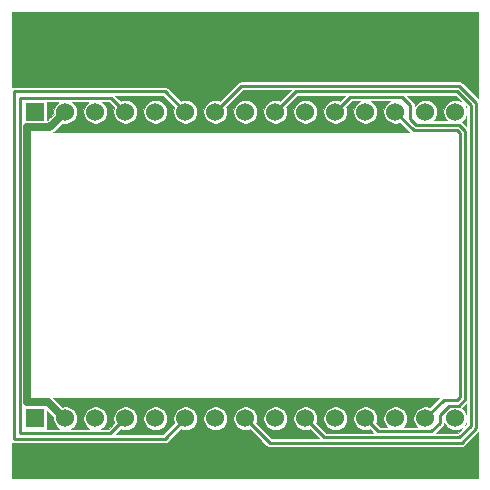
<source format=gbr>
%TF.GenerationSoftware,KiCad,Pcbnew,5.1.6*%
%TF.CreationDate,2020-09-08T10:01:19-04:00*%
%TF.ProjectId,placeholder,706c6163-6568-46f6-9c64-65722e6b6963,rev?*%
%TF.SameCoordinates,Original*%
%TF.FileFunction,Copper,L2,Bot*%
%TF.FilePolarity,Positive*%
%FSLAX46Y46*%
G04 Gerber Fmt 4.6, Leading zero omitted, Abs format (unit mm)*
G04 Created by KiCad (PCBNEW 5.1.6) date 2020-09-08 10:01:19*
%MOMM*%
%LPD*%
G01*
G04 APERTURE LIST*
%TA.AperFunction,ComponentPad*%
%ADD10C,1.524000*%
%TD*%
%TA.AperFunction,ComponentPad*%
%ADD11R,1.524000X1.524000*%
%TD*%
%TA.AperFunction,Conductor*%
%ADD12C,0.254000*%
%TD*%
%TA.AperFunction,Conductor*%
%ADD13C,0.635000*%
%TD*%
%TA.AperFunction,NonConductor*%
%ADD14C,0.100000*%
%TD*%
G04 APERTURE END LIST*
D10*
%TO.P,J2,15*%
%TO.N,/EXT_INTO*%
X87780000Y-58750000D03*
%TO.P,J2,14*%
%TO.N,N/C*%
X85240000Y-58750000D03*
%TO.P,J2,13*%
%TO.N,/CS7*%
X82700000Y-58750000D03*
%TO.P,J2,12*%
%TO.N,/CS6*%
X80160000Y-58750000D03*
%TO.P,J2,11*%
%TO.N,/CS5*%
X77620000Y-58750000D03*
%TO.P,J2,10*%
%TO.N,/CS4*%
X75080000Y-58750000D03*
%TO.P,J2,9*%
%TO.N,/CS3*%
X72540000Y-58750000D03*
%TO.P,J2,8*%
%TO.N,/CS2*%
X70000000Y-58750000D03*
%TO.P,J2,7*%
%TO.N,/CS1*%
X67460000Y-58750000D03*
%TO.P,J2,6*%
%TO.N,/CIPO*%
X64920000Y-58750000D03*
%TO.P,J2,5*%
%TO.N,/COPI*%
X62380000Y-58750000D03*
%TO.P,J2,4*%
%TO.N,/SCK*%
X59840000Y-58750000D03*
%TO.P,J2,3*%
%TO.N,/RESET*%
X57300000Y-58750000D03*
%TO.P,J2,2*%
%TO.N,GND*%
X54760000Y-58750000D03*
D11*
%TO.P,J2,1*%
%TO.N,+5V*%
X52220000Y-58750000D03*
%TD*%
D10*
%TO.P,J1,15*%
%TO.N,/EXT_INTO*%
X87780000Y-84700000D03*
%TO.P,J1,14*%
%TO.N,/CS7*%
X85240000Y-84700000D03*
%TO.P,J1,13*%
%TO.N,/CS6*%
X82700000Y-84700000D03*
%TO.P,J1,12*%
%TO.N,/CS5*%
X80160000Y-84700000D03*
%TO.P,J1,11*%
%TO.N,/CS4*%
X77620000Y-84700000D03*
%TO.P,J1,10*%
%TO.N,/CS3*%
X75080000Y-84700000D03*
%TO.P,J1,9*%
%TO.N,/CS2*%
X72540000Y-84700000D03*
%TO.P,J1,8*%
%TO.N,/CS1*%
X70000000Y-84700000D03*
%TO.P,J1,7*%
%TO.N,N/C*%
X67460000Y-84700000D03*
%TO.P,J1,6*%
%TO.N,/CIPO*%
X64920000Y-84700000D03*
%TO.P,J1,5*%
%TO.N,/COPI*%
X62380000Y-84700000D03*
%TO.P,J1,4*%
%TO.N,/SCK*%
X59840000Y-84700000D03*
%TO.P,J1,3*%
%TO.N,/RESET*%
X57300000Y-84700000D03*
%TO.P,J1,2*%
%TO.N,GND*%
X54760000Y-84700000D03*
D11*
%TO.P,J1,1*%
%TO.N,+5V*%
X52220000Y-84700000D03*
%TD*%
D12*
%TO.N,/CS7*%
X87887228Y-60297990D02*
X88152010Y-60562772D01*
X88152010Y-60562772D02*
X88152010Y-82887228D01*
X88152010Y-82887228D02*
X87887228Y-83152010D01*
X87887228Y-83152010D02*
X86787990Y-83152010D01*
X82700000Y-58750000D02*
X84247990Y-60297990D01*
X86787990Y-83152010D02*
X85240000Y-84700000D01*
X84247990Y-60297990D02*
X87887228Y-60297990D01*
%TO.N,/CS5*%
X86490000Y-84378278D02*
X86490000Y-85061722D01*
X87257279Y-83610999D02*
X86490000Y-84378278D01*
X88606020Y-83075286D02*
X88070307Y-83610999D01*
X88606021Y-60374715D02*
X88606020Y-83075286D01*
X81249001Y-85789001D02*
X80160000Y-84700000D01*
X83980000Y-59387932D02*
X84436047Y-59843979D01*
X88070307Y-83610999D02*
X87257279Y-83610999D01*
X84436047Y-59843979D02*
X88075286Y-59843980D01*
X86490000Y-85061722D02*
X85762721Y-85789001D01*
X77620000Y-58750000D02*
X78890000Y-57480000D01*
X88075286Y-59843980D02*
X88606021Y-60374715D01*
X83260000Y-57480000D02*
X83980000Y-58200000D01*
X85762721Y-85789001D02*
X81249001Y-85789001D01*
X78890000Y-57480000D02*
X83260000Y-57480000D01*
X83980000Y-58200000D02*
X83980000Y-59387932D01*
%TO.N,/CS3*%
X76680000Y-86300000D02*
X75080000Y-84700000D01*
X88127932Y-86300000D02*
X76680000Y-86300000D01*
X89093979Y-85333953D02*
X88127932Y-86300000D01*
X87957932Y-57020000D02*
X89093979Y-58156047D01*
X72540000Y-58750000D02*
X74270000Y-57020000D01*
X74270000Y-57020000D02*
X87957932Y-57020000D01*
X89093979Y-58156047D02*
X89093979Y-85333953D01*
%TO.N,/CS1*%
X89547989Y-85522011D02*
X88315989Y-86754011D01*
X67460000Y-58750000D02*
X69670000Y-56540000D01*
X70761999Y-85461999D02*
X70000000Y-84700000D01*
X72054010Y-86754010D02*
X70761999Y-85461999D01*
X88120000Y-56540000D02*
X89547990Y-57967990D01*
X69670000Y-56540000D02*
X88120000Y-56540000D01*
X89547990Y-57967990D02*
X89547989Y-85522011D01*
X88315989Y-86754011D02*
X72054010Y-86754010D01*
%TO.N,/CIPO*%
X63190000Y-86430000D02*
X64920000Y-84700000D01*
X50452010Y-86430000D02*
X63190000Y-86430000D01*
X50452010Y-57010000D02*
X50452010Y-86430000D01*
X63180000Y-57010000D02*
X50452010Y-57010000D01*
X64920000Y-58750000D02*
X63180000Y-57010000D01*
%TO.N,/SCK*%
X58590000Y-85950000D02*
X59840000Y-84700000D01*
X50906021Y-85950000D02*
X58590000Y-85950000D01*
X50906021Y-57560000D02*
X50906021Y-85950000D01*
X58650000Y-57560000D02*
X50906021Y-57560000D01*
X59840000Y-58750000D02*
X58650000Y-57560000D01*
D13*
%TO.N,GND*%
X54675502Y-84700000D02*
X54760000Y-84700000D01*
X51550532Y-60029501D02*
X51550532Y-83320000D01*
X53396001Y-60029501D02*
X51550532Y-60029501D01*
X53499501Y-59926001D02*
X53396001Y-60029501D01*
X53583999Y-59926001D02*
X53499501Y-59926001D01*
X53295502Y-83320000D02*
X54675502Y-84700000D01*
X51550532Y-83320000D02*
X53295502Y-83320000D01*
X54760000Y-58750000D02*
X53583999Y-59926001D01*
%TD*%
D14*
G36*
X85637552Y-83769290D02*
G01*
X85535190Y-83726890D01*
X85339673Y-83688000D01*
X85140327Y-83688000D01*
X84944810Y-83726890D01*
X84760638Y-83803177D01*
X84594887Y-83913928D01*
X84453928Y-84054887D01*
X84343177Y-84220638D01*
X84266890Y-84404810D01*
X84228000Y-84600327D01*
X84228000Y-84799673D01*
X84266890Y-84995190D01*
X84343177Y-85179362D01*
X84453928Y-85345113D01*
X84520816Y-85412001D01*
X83419184Y-85412001D01*
X83486072Y-85345113D01*
X83596823Y-85179362D01*
X83673110Y-84995190D01*
X83712000Y-84799673D01*
X83712000Y-84600327D01*
X83673110Y-84404810D01*
X83596823Y-84220638D01*
X83486072Y-84054887D01*
X83345113Y-83913928D01*
X83179362Y-83803177D01*
X82995190Y-83726890D01*
X82799673Y-83688000D01*
X82600327Y-83688000D01*
X82404810Y-83726890D01*
X82220638Y-83803177D01*
X82054887Y-83913928D01*
X81913928Y-84054887D01*
X81803177Y-84220638D01*
X81726890Y-84404810D01*
X81688000Y-84600327D01*
X81688000Y-84799673D01*
X81726890Y-84995190D01*
X81803177Y-85179362D01*
X81913928Y-85345113D01*
X81980816Y-85412001D01*
X81405160Y-85412001D01*
X81090710Y-85097552D01*
X81133110Y-84995190D01*
X81172000Y-84799673D01*
X81172000Y-84600327D01*
X81133110Y-84404810D01*
X81056823Y-84220638D01*
X80946072Y-84054887D01*
X80805113Y-83913928D01*
X80639362Y-83803177D01*
X80455190Y-83726890D01*
X80259673Y-83688000D01*
X80060327Y-83688000D01*
X79864810Y-83726890D01*
X79680638Y-83803177D01*
X79514887Y-83913928D01*
X79373928Y-84054887D01*
X79263177Y-84220638D01*
X79186890Y-84404810D01*
X79148000Y-84600327D01*
X79148000Y-84799673D01*
X79186890Y-84995190D01*
X79263177Y-85179362D01*
X79373928Y-85345113D01*
X79514887Y-85486072D01*
X79680638Y-85596823D01*
X79864810Y-85673110D01*
X80060327Y-85712000D01*
X80259673Y-85712000D01*
X80455190Y-85673110D01*
X80557552Y-85630710D01*
X80849841Y-85923000D01*
X76836159Y-85923000D01*
X76010710Y-85097552D01*
X76053110Y-84995190D01*
X76092000Y-84799673D01*
X76092000Y-84600327D01*
X76608000Y-84600327D01*
X76608000Y-84799673D01*
X76646890Y-84995190D01*
X76723177Y-85179362D01*
X76833928Y-85345113D01*
X76974887Y-85486072D01*
X77140638Y-85596823D01*
X77324810Y-85673110D01*
X77520327Y-85712000D01*
X77719673Y-85712000D01*
X77915190Y-85673110D01*
X78099362Y-85596823D01*
X78265113Y-85486072D01*
X78406072Y-85345113D01*
X78516823Y-85179362D01*
X78593110Y-84995190D01*
X78632000Y-84799673D01*
X78632000Y-84600327D01*
X78593110Y-84404810D01*
X78516823Y-84220638D01*
X78406072Y-84054887D01*
X78265113Y-83913928D01*
X78099362Y-83803177D01*
X77915190Y-83726890D01*
X77719673Y-83688000D01*
X77520327Y-83688000D01*
X77324810Y-83726890D01*
X77140638Y-83803177D01*
X76974887Y-83913928D01*
X76833928Y-84054887D01*
X76723177Y-84220638D01*
X76646890Y-84404810D01*
X76608000Y-84600327D01*
X76092000Y-84600327D01*
X76053110Y-84404810D01*
X75976823Y-84220638D01*
X75866072Y-84054887D01*
X75725113Y-83913928D01*
X75559362Y-83803177D01*
X75375190Y-83726890D01*
X75179673Y-83688000D01*
X74980327Y-83688000D01*
X74784810Y-83726890D01*
X74600638Y-83803177D01*
X74434887Y-83913928D01*
X74293928Y-84054887D01*
X74183177Y-84220638D01*
X74106890Y-84404810D01*
X74068000Y-84600327D01*
X74068000Y-84799673D01*
X74106890Y-84995190D01*
X74183177Y-85179362D01*
X74293928Y-85345113D01*
X74434887Y-85486072D01*
X74600638Y-85596823D01*
X74784810Y-85673110D01*
X74980327Y-85712000D01*
X75179673Y-85712000D01*
X75375190Y-85673110D01*
X75477552Y-85630710D01*
X76223852Y-86377011D01*
X72210168Y-86377010D01*
X70930710Y-85097552D01*
X70973110Y-84995190D01*
X71012000Y-84799673D01*
X71012000Y-84600327D01*
X71528000Y-84600327D01*
X71528000Y-84799673D01*
X71566890Y-84995190D01*
X71643177Y-85179362D01*
X71753928Y-85345113D01*
X71894887Y-85486072D01*
X72060638Y-85596823D01*
X72244810Y-85673110D01*
X72440327Y-85712000D01*
X72639673Y-85712000D01*
X72835190Y-85673110D01*
X73019362Y-85596823D01*
X73185113Y-85486072D01*
X73326072Y-85345113D01*
X73436823Y-85179362D01*
X73513110Y-84995190D01*
X73552000Y-84799673D01*
X73552000Y-84600327D01*
X73513110Y-84404810D01*
X73436823Y-84220638D01*
X73326072Y-84054887D01*
X73185113Y-83913928D01*
X73019362Y-83803177D01*
X72835190Y-83726890D01*
X72639673Y-83688000D01*
X72440327Y-83688000D01*
X72244810Y-83726890D01*
X72060638Y-83803177D01*
X71894887Y-83913928D01*
X71753928Y-84054887D01*
X71643177Y-84220638D01*
X71566890Y-84404810D01*
X71528000Y-84600327D01*
X71012000Y-84600327D01*
X70973110Y-84404810D01*
X70896823Y-84220638D01*
X70786072Y-84054887D01*
X70645113Y-83913928D01*
X70479362Y-83803177D01*
X70295190Y-83726890D01*
X70099673Y-83688000D01*
X69900327Y-83688000D01*
X69704810Y-83726890D01*
X69520638Y-83803177D01*
X69354887Y-83913928D01*
X69213928Y-84054887D01*
X69103177Y-84220638D01*
X69026890Y-84404810D01*
X68988000Y-84600327D01*
X68988000Y-84799673D01*
X69026890Y-84995190D01*
X69103177Y-85179362D01*
X69213928Y-85345113D01*
X69354887Y-85486072D01*
X69520638Y-85596823D01*
X69704810Y-85673110D01*
X69900327Y-85712000D01*
X70099673Y-85712000D01*
X70295190Y-85673110D01*
X70397552Y-85630710D01*
X71774338Y-87007496D01*
X71786141Y-87021878D01*
X71800523Y-87033681D01*
X71800525Y-87033683D01*
X71843546Y-87068990D01*
X71909040Y-87103997D01*
X71980104Y-87125554D01*
X72054009Y-87132833D01*
X72072529Y-87131009D01*
X88297477Y-87131011D01*
X88315989Y-87132834D01*
X88334501Y-87131011D01*
X88334507Y-87131011D01*
X88382210Y-87126313D01*
X88389894Y-87125556D01*
X88460958Y-87103999D01*
X88460962Y-87103997D01*
X88526451Y-87068992D01*
X88583857Y-87021880D01*
X88595660Y-87007498D01*
X89725001Y-85878158D01*
X89725001Y-89725000D01*
X50275000Y-89725000D01*
X50275000Y-86762862D01*
X50307040Y-86779988D01*
X50378105Y-86801545D01*
X50433491Y-86807000D01*
X50452010Y-86808824D01*
X50470529Y-86807000D01*
X63171488Y-86807000D01*
X63190000Y-86808823D01*
X63208512Y-86807000D01*
X63208519Y-86807000D01*
X63263905Y-86801545D01*
X63334970Y-86779988D01*
X63400463Y-86744981D01*
X63457869Y-86697869D01*
X63469677Y-86683481D01*
X64522448Y-85630710D01*
X64624810Y-85673110D01*
X64820327Y-85712000D01*
X65019673Y-85712000D01*
X65215190Y-85673110D01*
X65399362Y-85596823D01*
X65565113Y-85486072D01*
X65706072Y-85345113D01*
X65816823Y-85179362D01*
X65893110Y-84995190D01*
X65932000Y-84799673D01*
X65932000Y-84600327D01*
X66448000Y-84600327D01*
X66448000Y-84799673D01*
X66486890Y-84995190D01*
X66563177Y-85179362D01*
X66673928Y-85345113D01*
X66814887Y-85486072D01*
X66980638Y-85596823D01*
X67164810Y-85673110D01*
X67360327Y-85712000D01*
X67559673Y-85712000D01*
X67755190Y-85673110D01*
X67939362Y-85596823D01*
X68105113Y-85486072D01*
X68246072Y-85345113D01*
X68356823Y-85179362D01*
X68433110Y-84995190D01*
X68472000Y-84799673D01*
X68472000Y-84600327D01*
X68433110Y-84404810D01*
X68356823Y-84220638D01*
X68246072Y-84054887D01*
X68105113Y-83913928D01*
X67939362Y-83803177D01*
X67755190Y-83726890D01*
X67559673Y-83688000D01*
X67360327Y-83688000D01*
X67164810Y-83726890D01*
X66980638Y-83803177D01*
X66814887Y-83913928D01*
X66673928Y-84054887D01*
X66563177Y-84220638D01*
X66486890Y-84404810D01*
X66448000Y-84600327D01*
X65932000Y-84600327D01*
X65893110Y-84404810D01*
X65816823Y-84220638D01*
X65706072Y-84054887D01*
X65565113Y-83913928D01*
X65399362Y-83803177D01*
X65215190Y-83726890D01*
X65019673Y-83688000D01*
X64820327Y-83688000D01*
X64624810Y-83726890D01*
X64440638Y-83803177D01*
X64274887Y-83913928D01*
X64133928Y-84054887D01*
X64023177Y-84220638D01*
X63946890Y-84404810D01*
X63908000Y-84600327D01*
X63908000Y-84799673D01*
X63946890Y-84995190D01*
X63989290Y-85097552D01*
X63033842Y-86053000D01*
X59020158Y-86053000D01*
X59442448Y-85630710D01*
X59544810Y-85673110D01*
X59740327Y-85712000D01*
X59939673Y-85712000D01*
X60135190Y-85673110D01*
X60319362Y-85596823D01*
X60485113Y-85486072D01*
X60626072Y-85345113D01*
X60736823Y-85179362D01*
X60813110Y-84995190D01*
X60852000Y-84799673D01*
X60852000Y-84600327D01*
X61368000Y-84600327D01*
X61368000Y-84799673D01*
X61406890Y-84995190D01*
X61483177Y-85179362D01*
X61593928Y-85345113D01*
X61734887Y-85486072D01*
X61900638Y-85596823D01*
X62084810Y-85673110D01*
X62280327Y-85712000D01*
X62479673Y-85712000D01*
X62675190Y-85673110D01*
X62859362Y-85596823D01*
X63025113Y-85486072D01*
X63166072Y-85345113D01*
X63276823Y-85179362D01*
X63353110Y-84995190D01*
X63392000Y-84799673D01*
X63392000Y-84600327D01*
X63353110Y-84404810D01*
X63276823Y-84220638D01*
X63166072Y-84054887D01*
X63025113Y-83913928D01*
X62859362Y-83803177D01*
X62675190Y-83726890D01*
X62479673Y-83688000D01*
X62280327Y-83688000D01*
X62084810Y-83726890D01*
X61900638Y-83803177D01*
X61734887Y-83913928D01*
X61593928Y-84054887D01*
X61483177Y-84220638D01*
X61406890Y-84404810D01*
X61368000Y-84600327D01*
X60852000Y-84600327D01*
X60813110Y-84404810D01*
X60736823Y-84220638D01*
X60626072Y-84054887D01*
X60485113Y-83913928D01*
X60319362Y-83803177D01*
X60135190Y-83726890D01*
X59939673Y-83688000D01*
X59740327Y-83688000D01*
X59544810Y-83726890D01*
X59360638Y-83803177D01*
X59194887Y-83913928D01*
X59053928Y-84054887D01*
X58943177Y-84220638D01*
X58866890Y-84404810D01*
X58828000Y-84600327D01*
X58828000Y-84799673D01*
X58866890Y-84995190D01*
X58909290Y-85097552D01*
X58433842Y-85573000D01*
X57815016Y-85573000D01*
X57945113Y-85486072D01*
X58086072Y-85345113D01*
X58196823Y-85179362D01*
X58273110Y-84995190D01*
X58312000Y-84799673D01*
X58312000Y-84600327D01*
X58273110Y-84404810D01*
X58196823Y-84220638D01*
X58086072Y-84054887D01*
X57945113Y-83913928D01*
X57779362Y-83803177D01*
X57595190Y-83726890D01*
X57399673Y-83688000D01*
X57200327Y-83688000D01*
X57004810Y-83726890D01*
X56820638Y-83803177D01*
X56654887Y-83913928D01*
X56513928Y-84054887D01*
X56403177Y-84220638D01*
X56326890Y-84404810D01*
X56288000Y-84600327D01*
X56288000Y-84799673D01*
X56326890Y-84995190D01*
X56403177Y-85179362D01*
X56513928Y-85345113D01*
X56654887Y-85486072D01*
X56784984Y-85573000D01*
X55275016Y-85573000D01*
X55405113Y-85486072D01*
X55546072Y-85345113D01*
X55656823Y-85179362D01*
X55733110Y-84995190D01*
X55772000Y-84799673D01*
X55772000Y-84600327D01*
X55733110Y-84404810D01*
X55656823Y-84220638D01*
X55546072Y-84054887D01*
X55405113Y-83913928D01*
X55239362Y-83803177D01*
X55055190Y-83726890D01*
X54859673Y-83688000D01*
X54660327Y-83688000D01*
X54498297Y-83720229D01*
X53753067Y-82975000D01*
X86431842Y-82975000D01*
X85637552Y-83769290D01*
G37*
X85637552Y-83769290D02*
X85535190Y-83726890D01*
X85339673Y-83688000D01*
X85140327Y-83688000D01*
X84944810Y-83726890D01*
X84760638Y-83803177D01*
X84594887Y-83913928D01*
X84453928Y-84054887D01*
X84343177Y-84220638D01*
X84266890Y-84404810D01*
X84228000Y-84600327D01*
X84228000Y-84799673D01*
X84266890Y-84995190D01*
X84343177Y-85179362D01*
X84453928Y-85345113D01*
X84520816Y-85412001D01*
X83419184Y-85412001D01*
X83486072Y-85345113D01*
X83596823Y-85179362D01*
X83673110Y-84995190D01*
X83712000Y-84799673D01*
X83712000Y-84600327D01*
X83673110Y-84404810D01*
X83596823Y-84220638D01*
X83486072Y-84054887D01*
X83345113Y-83913928D01*
X83179362Y-83803177D01*
X82995190Y-83726890D01*
X82799673Y-83688000D01*
X82600327Y-83688000D01*
X82404810Y-83726890D01*
X82220638Y-83803177D01*
X82054887Y-83913928D01*
X81913928Y-84054887D01*
X81803177Y-84220638D01*
X81726890Y-84404810D01*
X81688000Y-84600327D01*
X81688000Y-84799673D01*
X81726890Y-84995190D01*
X81803177Y-85179362D01*
X81913928Y-85345113D01*
X81980816Y-85412001D01*
X81405160Y-85412001D01*
X81090710Y-85097552D01*
X81133110Y-84995190D01*
X81172000Y-84799673D01*
X81172000Y-84600327D01*
X81133110Y-84404810D01*
X81056823Y-84220638D01*
X80946072Y-84054887D01*
X80805113Y-83913928D01*
X80639362Y-83803177D01*
X80455190Y-83726890D01*
X80259673Y-83688000D01*
X80060327Y-83688000D01*
X79864810Y-83726890D01*
X79680638Y-83803177D01*
X79514887Y-83913928D01*
X79373928Y-84054887D01*
X79263177Y-84220638D01*
X79186890Y-84404810D01*
X79148000Y-84600327D01*
X79148000Y-84799673D01*
X79186890Y-84995190D01*
X79263177Y-85179362D01*
X79373928Y-85345113D01*
X79514887Y-85486072D01*
X79680638Y-85596823D01*
X79864810Y-85673110D01*
X80060327Y-85712000D01*
X80259673Y-85712000D01*
X80455190Y-85673110D01*
X80557552Y-85630710D01*
X80849841Y-85923000D01*
X76836159Y-85923000D01*
X76010710Y-85097552D01*
X76053110Y-84995190D01*
X76092000Y-84799673D01*
X76092000Y-84600327D01*
X76608000Y-84600327D01*
X76608000Y-84799673D01*
X76646890Y-84995190D01*
X76723177Y-85179362D01*
X76833928Y-85345113D01*
X76974887Y-85486072D01*
X77140638Y-85596823D01*
X77324810Y-85673110D01*
X77520327Y-85712000D01*
X77719673Y-85712000D01*
X77915190Y-85673110D01*
X78099362Y-85596823D01*
X78265113Y-85486072D01*
X78406072Y-85345113D01*
X78516823Y-85179362D01*
X78593110Y-84995190D01*
X78632000Y-84799673D01*
X78632000Y-84600327D01*
X78593110Y-84404810D01*
X78516823Y-84220638D01*
X78406072Y-84054887D01*
X78265113Y-83913928D01*
X78099362Y-83803177D01*
X77915190Y-83726890D01*
X77719673Y-83688000D01*
X77520327Y-83688000D01*
X77324810Y-83726890D01*
X77140638Y-83803177D01*
X76974887Y-83913928D01*
X76833928Y-84054887D01*
X76723177Y-84220638D01*
X76646890Y-84404810D01*
X76608000Y-84600327D01*
X76092000Y-84600327D01*
X76053110Y-84404810D01*
X75976823Y-84220638D01*
X75866072Y-84054887D01*
X75725113Y-83913928D01*
X75559362Y-83803177D01*
X75375190Y-83726890D01*
X75179673Y-83688000D01*
X74980327Y-83688000D01*
X74784810Y-83726890D01*
X74600638Y-83803177D01*
X74434887Y-83913928D01*
X74293928Y-84054887D01*
X74183177Y-84220638D01*
X74106890Y-84404810D01*
X74068000Y-84600327D01*
X74068000Y-84799673D01*
X74106890Y-84995190D01*
X74183177Y-85179362D01*
X74293928Y-85345113D01*
X74434887Y-85486072D01*
X74600638Y-85596823D01*
X74784810Y-85673110D01*
X74980327Y-85712000D01*
X75179673Y-85712000D01*
X75375190Y-85673110D01*
X75477552Y-85630710D01*
X76223852Y-86377011D01*
X72210168Y-86377010D01*
X70930710Y-85097552D01*
X70973110Y-84995190D01*
X71012000Y-84799673D01*
X71012000Y-84600327D01*
X71528000Y-84600327D01*
X71528000Y-84799673D01*
X71566890Y-84995190D01*
X71643177Y-85179362D01*
X71753928Y-85345113D01*
X71894887Y-85486072D01*
X72060638Y-85596823D01*
X72244810Y-85673110D01*
X72440327Y-85712000D01*
X72639673Y-85712000D01*
X72835190Y-85673110D01*
X73019362Y-85596823D01*
X73185113Y-85486072D01*
X73326072Y-85345113D01*
X73436823Y-85179362D01*
X73513110Y-84995190D01*
X73552000Y-84799673D01*
X73552000Y-84600327D01*
X73513110Y-84404810D01*
X73436823Y-84220638D01*
X73326072Y-84054887D01*
X73185113Y-83913928D01*
X73019362Y-83803177D01*
X72835190Y-83726890D01*
X72639673Y-83688000D01*
X72440327Y-83688000D01*
X72244810Y-83726890D01*
X72060638Y-83803177D01*
X71894887Y-83913928D01*
X71753928Y-84054887D01*
X71643177Y-84220638D01*
X71566890Y-84404810D01*
X71528000Y-84600327D01*
X71012000Y-84600327D01*
X70973110Y-84404810D01*
X70896823Y-84220638D01*
X70786072Y-84054887D01*
X70645113Y-83913928D01*
X70479362Y-83803177D01*
X70295190Y-83726890D01*
X70099673Y-83688000D01*
X69900327Y-83688000D01*
X69704810Y-83726890D01*
X69520638Y-83803177D01*
X69354887Y-83913928D01*
X69213928Y-84054887D01*
X69103177Y-84220638D01*
X69026890Y-84404810D01*
X68988000Y-84600327D01*
X68988000Y-84799673D01*
X69026890Y-84995190D01*
X69103177Y-85179362D01*
X69213928Y-85345113D01*
X69354887Y-85486072D01*
X69520638Y-85596823D01*
X69704810Y-85673110D01*
X69900327Y-85712000D01*
X70099673Y-85712000D01*
X70295190Y-85673110D01*
X70397552Y-85630710D01*
X71774338Y-87007496D01*
X71786141Y-87021878D01*
X71800523Y-87033681D01*
X71800525Y-87033683D01*
X71843546Y-87068990D01*
X71909040Y-87103997D01*
X71980104Y-87125554D01*
X72054009Y-87132833D01*
X72072529Y-87131009D01*
X88297477Y-87131011D01*
X88315989Y-87132834D01*
X88334501Y-87131011D01*
X88334507Y-87131011D01*
X88382210Y-87126313D01*
X88389894Y-87125556D01*
X88460958Y-87103999D01*
X88460962Y-87103997D01*
X88526451Y-87068992D01*
X88583857Y-87021880D01*
X88595660Y-87007498D01*
X89725001Y-85878158D01*
X89725001Y-89725000D01*
X50275000Y-89725000D01*
X50275000Y-86762862D01*
X50307040Y-86779988D01*
X50378105Y-86801545D01*
X50433491Y-86807000D01*
X50452010Y-86808824D01*
X50470529Y-86807000D01*
X63171488Y-86807000D01*
X63190000Y-86808823D01*
X63208512Y-86807000D01*
X63208519Y-86807000D01*
X63263905Y-86801545D01*
X63334970Y-86779988D01*
X63400463Y-86744981D01*
X63457869Y-86697869D01*
X63469677Y-86683481D01*
X64522448Y-85630710D01*
X64624810Y-85673110D01*
X64820327Y-85712000D01*
X65019673Y-85712000D01*
X65215190Y-85673110D01*
X65399362Y-85596823D01*
X65565113Y-85486072D01*
X65706072Y-85345113D01*
X65816823Y-85179362D01*
X65893110Y-84995190D01*
X65932000Y-84799673D01*
X65932000Y-84600327D01*
X66448000Y-84600327D01*
X66448000Y-84799673D01*
X66486890Y-84995190D01*
X66563177Y-85179362D01*
X66673928Y-85345113D01*
X66814887Y-85486072D01*
X66980638Y-85596823D01*
X67164810Y-85673110D01*
X67360327Y-85712000D01*
X67559673Y-85712000D01*
X67755190Y-85673110D01*
X67939362Y-85596823D01*
X68105113Y-85486072D01*
X68246072Y-85345113D01*
X68356823Y-85179362D01*
X68433110Y-84995190D01*
X68472000Y-84799673D01*
X68472000Y-84600327D01*
X68433110Y-84404810D01*
X68356823Y-84220638D01*
X68246072Y-84054887D01*
X68105113Y-83913928D01*
X67939362Y-83803177D01*
X67755190Y-83726890D01*
X67559673Y-83688000D01*
X67360327Y-83688000D01*
X67164810Y-83726890D01*
X66980638Y-83803177D01*
X66814887Y-83913928D01*
X66673928Y-84054887D01*
X66563177Y-84220638D01*
X66486890Y-84404810D01*
X66448000Y-84600327D01*
X65932000Y-84600327D01*
X65893110Y-84404810D01*
X65816823Y-84220638D01*
X65706072Y-84054887D01*
X65565113Y-83913928D01*
X65399362Y-83803177D01*
X65215190Y-83726890D01*
X65019673Y-83688000D01*
X64820327Y-83688000D01*
X64624810Y-83726890D01*
X64440638Y-83803177D01*
X64274887Y-83913928D01*
X64133928Y-84054887D01*
X64023177Y-84220638D01*
X63946890Y-84404810D01*
X63908000Y-84600327D01*
X63908000Y-84799673D01*
X63946890Y-84995190D01*
X63989290Y-85097552D01*
X63033842Y-86053000D01*
X59020158Y-86053000D01*
X59442448Y-85630710D01*
X59544810Y-85673110D01*
X59740327Y-85712000D01*
X59939673Y-85712000D01*
X60135190Y-85673110D01*
X60319362Y-85596823D01*
X60485113Y-85486072D01*
X60626072Y-85345113D01*
X60736823Y-85179362D01*
X60813110Y-84995190D01*
X60852000Y-84799673D01*
X60852000Y-84600327D01*
X61368000Y-84600327D01*
X61368000Y-84799673D01*
X61406890Y-84995190D01*
X61483177Y-85179362D01*
X61593928Y-85345113D01*
X61734887Y-85486072D01*
X61900638Y-85596823D01*
X62084810Y-85673110D01*
X62280327Y-85712000D01*
X62479673Y-85712000D01*
X62675190Y-85673110D01*
X62859362Y-85596823D01*
X63025113Y-85486072D01*
X63166072Y-85345113D01*
X63276823Y-85179362D01*
X63353110Y-84995190D01*
X63392000Y-84799673D01*
X63392000Y-84600327D01*
X63353110Y-84404810D01*
X63276823Y-84220638D01*
X63166072Y-84054887D01*
X63025113Y-83913928D01*
X62859362Y-83803177D01*
X62675190Y-83726890D01*
X62479673Y-83688000D01*
X62280327Y-83688000D01*
X62084810Y-83726890D01*
X61900638Y-83803177D01*
X61734887Y-83913928D01*
X61593928Y-84054887D01*
X61483177Y-84220638D01*
X61406890Y-84404810D01*
X61368000Y-84600327D01*
X60852000Y-84600327D01*
X60813110Y-84404810D01*
X60736823Y-84220638D01*
X60626072Y-84054887D01*
X60485113Y-83913928D01*
X60319362Y-83803177D01*
X60135190Y-83726890D01*
X59939673Y-83688000D01*
X59740327Y-83688000D01*
X59544810Y-83726890D01*
X59360638Y-83803177D01*
X59194887Y-83913928D01*
X59053928Y-84054887D01*
X58943177Y-84220638D01*
X58866890Y-84404810D01*
X58828000Y-84600327D01*
X58828000Y-84799673D01*
X58866890Y-84995190D01*
X58909290Y-85097552D01*
X58433842Y-85573000D01*
X57815016Y-85573000D01*
X57945113Y-85486072D01*
X58086072Y-85345113D01*
X58196823Y-85179362D01*
X58273110Y-84995190D01*
X58312000Y-84799673D01*
X58312000Y-84600327D01*
X58273110Y-84404810D01*
X58196823Y-84220638D01*
X58086072Y-84054887D01*
X57945113Y-83913928D01*
X57779362Y-83803177D01*
X57595190Y-83726890D01*
X57399673Y-83688000D01*
X57200327Y-83688000D01*
X57004810Y-83726890D01*
X56820638Y-83803177D01*
X56654887Y-83913928D01*
X56513928Y-84054887D01*
X56403177Y-84220638D01*
X56326890Y-84404810D01*
X56288000Y-84600327D01*
X56288000Y-84799673D01*
X56326890Y-84995190D01*
X56403177Y-85179362D01*
X56513928Y-85345113D01*
X56654887Y-85486072D01*
X56784984Y-85573000D01*
X55275016Y-85573000D01*
X55405113Y-85486072D01*
X55546072Y-85345113D01*
X55656823Y-85179362D01*
X55733110Y-84995190D01*
X55772000Y-84799673D01*
X55772000Y-84600327D01*
X55733110Y-84404810D01*
X55656823Y-84220638D01*
X55546072Y-84054887D01*
X55405113Y-83913928D01*
X55239362Y-83803177D01*
X55055190Y-83726890D01*
X54859673Y-83688000D01*
X54660327Y-83688000D01*
X54498297Y-83720229D01*
X53753067Y-82975000D01*
X86431842Y-82975000D01*
X85637552Y-83769290D01*
G36*
X86883177Y-85179362D02*
G01*
X86993928Y-85345113D01*
X87134887Y-85486072D01*
X87300638Y-85596823D01*
X87484810Y-85673110D01*
X87680327Y-85712000D01*
X87879673Y-85712000D01*
X88075190Y-85673110D01*
X88259362Y-85596823D01*
X88375654Y-85519119D01*
X87971774Y-85923000D01*
X86161880Y-85923000D01*
X86743487Y-85341394D01*
X86757869Y-85329591D01*
X86804981Y-85272185D01*
X86839988Y-85206692D01*
X86850505Y-85172023D01*
X86861545Y-85135628D01*
X86862221Y-85128769D01*
X86883177Y-85179362D01*
G37*
X86883177Y-85179362D02*
X86993928Y-85345113D01*
X87134887Y-85486072D01*
X87300638Y-85596823D01*
X87484810Y-85673110D01*
X87680327Y-85712000D01*
X87879673Y-85712000D01*
X88075190Y-85673110D01*
X88259362Y-85596823D01*
X88375654Y-85519119D01*
X87971774Y-85923000D01*
X86161880Y-85923000D01*
X86743487Y-85341394D01*
X86757869Y-85329591D01*
X86804981Y-85272185D01*
X86839988Y-85206692D01*
X86850505Y-85172023D01*
X86861545Y-85135628D01*
X86862221Y-85128769D01*
X86883177Y-85179362D01*
G36*
X53752191Y-84579256D02*
G01*
X53748000Y-84600327D01*
X53748000Y-84799673D01*
X53786890Y-84995190D01*
X53863177Y-85179362D01*
X53973928Y-85345113D01*
X54114887Y-85486072D01*
X54244984Y-85573000D01*
X53206141Y-85573000D01*
X53214087Y-85558134D01*
X53228382Y-85511008D01*
X53233209Y-85462000D01*
X53233209Y-84060273D01*
X53752191Y-84579256D01*
G37*
X53752191Y-84579256D02*
X53748000Y-84600327D01*
X53748000Y-84799673D01*
X53786890Y-84995190D01*
X53863177Y-85179362D01*
X53973928Y-85345113D01*
X54114887Y-85486072D01*
X54244984Y-85573000D01*
X53206141Y-85573000D01*
X53214087Y-85558134D01*
X53228382Y-85511008D01*
X53233209Y-85462000D01*
X53233209Y-84060273D01*
X53752191Y-84579256D01*
G36*
X88716980Y-85177793D02*
G01*
X88599120Y-85295654D01*
X88676823Y-85179362D01*
X88716980Y-85082415D01*
X88716980Y-85177793D01*
G37*
X88716980Y-85177793D02*
X88599120Y-85295654D01*
X88676823Y-85179362D01*
X88716980Y-85082415D01*
X88716980Y-85177793D01*
G36*
X88716980Y-84317585D02*
G01*
X88676823Y-84220638D01*
X88566072Y-84054887D01*
X88425113Y-83913928D01*
X88350435Y-83864030D01*
X88716980Y-83497485D01*
X88716980Y-84317585D01*
G37*
X88716980Y-84317585D02*
X88676823Y-84220638D01*
X88566072Y-84054887D01*
X88425113Y-83913928D01*
X88350435Y-83864030D01*
X88716980Y-83497485D01*
X88716980Y-84317585D01*
G36*
X89725000Y-57611841D02*
G01*
X88399677Y-56286519D01*
X88387869Y-56272131D01*
X88330463Y-56225019D01*
X88264970Y-56190012D01*
X88193905Y-56168455D01*
X88138519Y-56163000D01*
X88138512Y-56163000D01*
X88120000Y-56161177D01*
X88101488Y-56163000D01*
X69688512Y-56163000D01*
X69670000Y-56161177D01*
X69651488Y-56163000D01*
X69651481Y-56163000D01*
X69603054Y-56167770D01*
X69596094Y-56168455D01*
X69525030Y-56190012D01*
X69459537Y-56225019D01*
X69402131Y-56272131D01*
X69390328Y-56286513D01*
X67857552Y-57819290D01*
X67755190Y-57776890D01*
X67559673Y-57738000D01*
X67360327Y-57738000D01*
X67164810Y-57776890D01*
X66980638Y-57853177D01*
X66814887Y-57963928D01*
X66673928Y-58104887D01*
X66563177Y-58270638D01*
X66486890Y-58454810D01*
X66448000Y-58650327D01*
X66448000Y-58849673D01*
X66486890Y-59045190D01*
X66563177Y-59229362D01*
X66673928Y-59395113D01*
X66814887Y-59536072D01*
X66980638Y-59646823D01*
X67164810Y-59723110D01*
X67360327Y-59762000D01*
X67559673Y-59762000D01*
X67755190Y-59723110D01*
X67939362Y-59646823D01*
X68105113Y-59536072D01*
X68246072Y-59395113D01*
X68356823Y-59229362D01*
X68433110Y-59045190D01*
X68472000Y-58849673D01*
X68472000Y-58650327D01*
X68988000Y-58650327D01*
X68988000Y-58849673D01*
X69026890Y-59045190D01*
X69103177Y-59229362D01*
X69213928Y-59395113D01*
X69354887Y-59536072D01*
X69520638Y-59646823D01*
X69704810Y-59723110D01*
X69900327Y-59762000D01*
X70099673Y-59762000D01*
X70295190Y-59723110D01*
X70479362Y-59646823D01*
X70645113Y-59536072D01*
X70786072Y-59395113D01*
X70896823Y-59229362D01*
X70973110Y-59045190D01*
X71012000Y-58849673D01*
X71012000Y-58650327D01*
X70973110Y-58454810D01*
X70896823Y-58270638D01*
X70786072Y-58104887D01*
X70645113Y-57963928D01*
X70479362Y-57853177D01*
X70295190Y-57776890D01*
X70099673Y-57738000D01*
X69900327Y-57738000D01*
X69704810Y-57776890D01*
X69520638Y-57853177D01*
X69354887Y-57963928D01*
X69213928Y-58104887D01*
X69103177Y-58270638D01*
X69026890Y-58454810D01*
X68988000Y-58650327D01*
X68472000Y-58650327D01*
X68433110Y-58454810D01*
X68390710Y-58352448D01*
X69826159Y-56917000D01*
X73839842Y-56917000D01*
X72937552Y-57819290D01*
X72835190Y-57776890D01*
X72639673Y-57738000D01*
X72440327Y-57738000D01*
X72244810Y-57776890D01*
X72060638Y-57853177D01*
X71894887Y-57963928D01*
X71753928Y-58104887D01*
X71643177Y-58270638D01*
X71566890Y-58454810D01*
X71528000Y-58650327D01*
X71528000Y-58849673D01*
X71566890Y-59045190D01*
X71643177Y-59229362D01*
X71753928Y-59395113D01*
X71894887Y-59536072D01*
X72060638Y-59646823D01*
X72244810Y-59723110D01*
X72440327Y-59762000D01*
X72639673Y-59762000D01*
X72835190Y-59723110D01*
X73019362Y-59646823D01*
X73185113Y-59536072D01*
X73326072Y-59395113D01*
X73436823Y-59229362D01*
X73513110Y-59045190D01*
X73552000Y-58849673D01*
X73552000Y-58650327D01*
X74068000Y-58650327D01*
X74068000Y-58849673D01*
X74106890Y-59045190D01*
X74183177Y-59229362D01*
X74293928Y-59395113D01*
X74434887Y-59536072D01*
X74600638Y-59646823D01*
X74784810Y-59723110D01*
X74980327Y-59762000D01*
X75179673Y-59762000D01*
X75375190Y-59723110D01*
X75559362Y-59646823D01*
X75725113Y-59536072D01*
X75866072Y-59395113D01*
X75976823Y-59229362D01*
X76053110Y-59045190D01*
X76092000Y-58849673D01*
X76092000Y-58650327D01*
X76053110Y-58454810D01*
X75976823Y-58270638D01*
X75866072Y-58104887D01*
X75725113Y-57963928D01*
X75559362Y-57853177D01*
X75375190Y-57776890D01*
X75179673Y-57738000D01*
X74980327Y-57738000D01*
X74784810Y-57776890D01*
X74600638Y-57853177D01*
X74434887Y-57963928D01*
X74293928Y-58104887D01*
X74183177Y-58270638D01*
X74106890Y-58454810D01*
X74068000Y-58650327D01*
X73552000Y-58650327D01*
X73513110Y-58454810D01*
X73470710Y-58352448D01*
X74426158Y-57397000D01*
X78439841Y-57397000D01*
X78017552Y-57819290D01*
X77915190Y-57776890D01*
X77719673Y-57738000D01*
X77520327Y-57738000D01*
X77324810Y-57776890D01*
X77140638Y-57853177D01*
X76974887Y-57963928D01*
X76833928Y-58104887D01*
X76723177Y-58270638D01*
X76646890Y-58454810D01*
X76608000Y-58650327D01*
X76608000Y-58849673D01*
X76646890Y-59045190D01*
X76723177Y-59229362D01*
X76833928Y-59395113D01*
X76974887Y-59536072D01*
X77140638Y-59646823D01*
X77324810Y-59723110D01*
X77520327Y-59762000D01*
X77719673Y-59762000D01*
X77915190Y-59723110D01*
X78099362Y-59646823D01*
X78265113Y-59536072D01*
X78406072Y-59395113D01*
X78516823Y-59229362D01*
X78593110Y-59045190D01*
X78632000Y-58849673D01*
X78632000Y-58650327D01*
X78593110Y-58454810D01*
X78550710Y-58352448D01*
X79046159Y-57857000D01*
X79674916Y-57857000D01*
X79514887Y-57963928D01*
X79373928Y-58104887D01*
X79263177Y-58270638D01*
X79186890Y-58454810D01*
X79148000Y-58650327D01*
X79148000Y-58849673D01*
X79186890Y-59045190D01*
X79263177Y-59229362D01*
X79373928Y-59395113D01*
X79514887Y-59536072D01*
X79680638Y-59646823D01*
X79864810Y-59723110D01*
X80060327Y-59762000D01*
X80259673Y-59762000D01*
X80455190Y-59723110D01*
X80639362Y-59646823D01*
X80805113Y-59536072D01*
X80946072Y-59395113D01*
X81056823Y-59229362D01*
X81133110Y-59045190D01*
X81172000Y-58849673D01*
X81172000Y-58650327D01*
X81133110Y-58454810D01*
X81056823Y-58270638D01*
X80946072Y-58104887D01*
X80805113Y-57963928D01*
X80645084Y-57857000D01*
X82214916Y-57857000D01*
X82054887Y-57963928D01*
X81913928Y-58104887D01*
X81803177Y-58270638D01*
X81726890Y-58454810D01*
X81688000Y-58650327D01*
X81688000Y-58849673D01*
X81726890Y-59045190D01*
X81803177Y-59229362D01*
X81913928Y-59395113D01*
X82054887Y-59536072D01*
X82220638Y-59646823D01*
X82404810Y-59723110D01*
X82600327Y-59762000D01*
X82799673Y-59762000D01*
X82995190Y-59723110D01*
X83097552Y-59680710D01*
X83891842Y-60475000D01*
X53747713Y-60475000D01*
X53758587Y-60466075D01*
X53802222Y-60452839D01*
X53900810Y-60400142D01*
X53987223Y-60329225D01*
X54004993Y-60307572D01*
X54568776Y-59743790D01*
X54660327Y-59762000D01*
X54859673Y-59762000D01*
X55055190Y-59723110D01*
X55239362Y-59646823D01*
X55405113Y-59536072D01*
X55546072Y-59395113D01*
X55656823Y-59229362D01*
X55733110Y-59045190D01*
X55772000Y-58849673D01*
X55772000Y-58650327D01*
X55733110Y-58454810D01*
X55656823Y-58270638D01*
X55546072Y-58104887D01*
X55405113Y-57963928D01*
X55364812Y-57937000D01*
X56695188Y-57937000D01*
X56654887Y-57963928D01*
X56513928Y-58104887D01*
X56403177Y-58270638D01*
X56326890Y-58454810D01*
X56288000Y-58650327D01*
X56288000Y-58849673D01*
X56326890Y-59045190D01*
X56403177Y-59229362D01*
X56513928Y-59395113D01*
X56654887Y-59536072D01*
X56820638Y-59646823D01*
X57004810Y-59723110D01*
X57200327Y-59762000D01*
X57399673Y-59762000D01*
X57595190Y-59723110D01*
X57779362Y-59646823D01*
X57945113Y-59536072D01*
X58086072Y-59395113D01*
X58196823Y-59229362D01*
X58273110Y-59045190D01*
X58312000Y-58849673D01*
X58312000Y-58650327D01*
X58273110Y-58454810D01*
X58196823Y-58270638D01*
X58086072Y-58104887D01*
X57945113Y-57963928D01*
X57904812Y-57937000D01*
X58493842Y-57937000D01*
X58909290Y-58352448D01*
X58866890Y-58454810D01*
X58828000Y-58650327D01*
X58828000Y-58849673D01*
X58866890Y-59045190D01*
X58943177Y-59229362D01*
X59053928Y-59395113D01*
X59194887Y-59536072D01*
X59360638Y-59646823D01*
X59544810Y-59723110D01*
X59740327Y-59762000D01*
X59939673Y-59762000D01*
X60135190Y-59723110D01*
X60319362Y-59646823D01*
X60485113Y-59536072D01*
X60626072Y-59395113D01*
X60736823Y-59229362D01*
X60813110Y-59045190D01*
X60852000Y-58849673D01*
X60852000Y-58650327D01*
X61368000Y-58650327D01*
X61368000Y-58849673D01*
X61406890Y-59045190D01*
X61483177Y-59229362D01*
X61593928Y-59395113D01*
X61734887Y-59536072D01*
X61900638Y-59646823D01*
X62084810Y-59723110D01*
X62280327Y-59762000D01*
X62479673Y-59762000D01*
X62675190Y-59723110D01*
X62859362Y-59646823D01*
X63025113Y-59536072D01*
X63166072Y-59395113D01*
X63276823Y-59229362D01*
X63353110Y-59045190D01*
X63392000Y-58849673D01*
X63392000Y-58650327D01*
X63353110Y-58454810D01*
X63276823Y-58270638D01*
X63166072Y-58104887D01*
X63025113Y-57963928D01*
X62859362Y-57853177D01*
X62675190Y-57776890D01*
X62479673Y-57738000D01*
X62280327Y-57738000D01*
X62084810Y-57776890D01*
X61900638Y-57853177D01*
X61734887Y-57963928D01*
X61593928Y-58104887D01*
X61483177Y-58270638D01*
X61406890Y-58454810D01*
X61368000Y-58650327D01*
X60852000Y-58650327D01*
X60813110Y-58454810D01*
X60736823Y-58270638D01*
X60626072Y-58104887D01*
X60485113Y-57963928D01*
X60319362Y-57853177D01*
X60135190Y-57776890D01*
X59939673Y-57738000D01*
X59740327Y-57738000D01*
X59544810Y-57776890D01*
X59442448Y-57819290D01*
X59010158Y-57387000D01*
X63023842Y-57387000D01*
X63989290Y-58352448D01*
X63946890Y-58454810D01*
X63908000Y-58650327D01*
X63908000Y-58849673D01*
X63946890Y-59045190D01*
X64023177Y-59229362D01*
X64133928Y-59395113D01*
X64274887Y-59536072D01*
X64440638Y-59646823D01*
X64624810Y-59723110D01*
X64820327Y-59762000D01*
X65019673Y-59762000D01*
X65215190Y-59723110D01*
X65399362Y-59646823D01*
X65565113Y-59536072D01*
X65706072Y-59395113D01*
X65816823Y-59229362D01*
X65893110Y-59045190D01*
X65932000Y-58849673D01*
X65932000Y-58650327D01*
X65893110Y-58454810D01*
X65816823Y-58270638D01*
X65706072Y-58104887D01*
X65565113Y-57963928D01*
X65399362Y-57853177D01*
X65215190Y-57776890D01*
X65019673Y-57738000D01*
X64820327Y-57738000D01*
X64624810Y-57776890D01*
X64522448Y-57819290D01*
X63459677Y-56756519D01*
X63447869Y-56742131D01*
X63390463Y-56695019D01*
X63324970Y-56660012D01*
X63253905Y-56638455D01*
X63198519Y-56633000D01*
X63198512Y-56633000D01*
X63180000Y-56631177D01*
X63161488Y-56633000D01*
X50470529Y-56633000D01*
X50452010Y-56631176D01*
X50433491Y-56633000D01*
X50378105Y-56638455D01*
X50307040Y-56660012D01*
X50275000Y-56677138D01*
X50275000Y-50275000D01*
X89725000Y-50275000D01*
X89725000Y-57611841D01*
G37*
X89725000Y-57611841D02*
X88399677Y-56286519D01*
X88387869Y-56272131D01*
X88330463Y-56225019D01*
X88264970Y-56190012D01*
X88193905Y-56168455D01*
X88138519Y-56163000D01*
X88138512Y-56163000D01*
X88120000Y-56161177D01*
X88101488Y-56163000D01*
X69688512Y-56163000D01*
X69670000Y-56161177D01*
X69651488Y-56163000D01*
X69651481Y-56163000D01*
X69603054Y-56167770D01*
X69596094Y-56168455D01*
X69525030Y-56190012D01*
X69459537Y-56225019D01*
X69402131Y-56272131D01*
X69390328Y-56286513D01*
X67857552Y-57819290D01*
X67755190Y-57776890D01*
X67559673Y-57738000D01*
X67360327Y-57738000D01*
X67164810Y-57776890D01*
X66980638Y-57853177D01*
X66814887Y-57963928D01*
X66673928Y-58104887D01*
X66563177Y-58270638D01*
X66486890Y-58454810D01*
X66448000Y-58650327D01*
X66448000Y-58849673D01*
X66486890Y-59045190D01*
X66563177Y-59229362D01*
X66673928Y-59395113D01*
X66814887Y-59536072D01*
X66980638Y-59646823D01*
X67164810Y-59723110D01*
X67360327Y-59762000D01*
X67559673Y-59762000D01*
X67755190Y-59723110D01*
X67939362Y-59646823D01*
X68105113Y-59536072D01*
X68246072Y-59395113D01*
X68356823Y-59229362D01*
X68433110Y-59045190D01*
X68472000Y-58849673D01*
X68472000Y-58650327D01*
X68988000Y-58650327D01*
X68988000Y-58849673D01*
X69026890Y-59045190D01*
X69103177Y-59229362D01*
X69213928Y-59395113D01*
X69354887Y-59536072D01*
X69520638Y-59646823D01*
X69704810Y-59723110D01*
X69900327Y-59762000D01*
X70099673Y-59762000D01*
X70295190Y-59723110D01*
X70479362Y-59646823D01*
X70645113Y-59536072D01*
X70786072Y-59395113D01*
X70896823Y-59229362D01*
X70973110Y-59045190D01*
X71012000Y-58849673D01*
X71012000Y-58650327D01*
X70973110Y-58454810D01*
X70896823Y-58270638D01*
X70786072Y-58104887D01*
X70645113Y-57963928D01*
X70479362Y-57853177D01*
X70295190Y-57776890D01*
X70099673Y-57738000D01*
X69900327Y-57738000D01*
X69704810Y-57776890D01*
X69520638Y-57853177D01*
X69354887Y-57963928D01*
X69213928Y-58104887D01*
X69103177Y-58270638D01*
X69026890Y-58454810D01*
X68988000Y-58650327D01*
X68472000Y-58650327D01*
X68433110Y-58454810D01*
X68390710Y-58352448D01*
X69826159Y-56917000D01*
X73839842Y-56917000D01*
X72937552Y-57819290D01*
X72835190Y-57776890D01*
X72639673Y-57738000D01*
X72440327Y-57738000D01*
X72244810Y-57776890D01*
X72060638Y-57853177D01*
X71894887Y-57963928D01*
X71753928Y-58104887D01*
X71643177Y-58270638D01*
X71566890Y-58454810D01*
X71528000Y-58650327D01*
X71528000Y-58849673D01*
X71566890Y-59045190D01*
X71643177Y-59229362D01*
X71753928Y-59395113D01*
X71894887Y-59536072D01*
X72060638Y-59646823D01*
X72244810Y-59723110D01*
X72440327Y-59762000D01*
X72639673Y-59762000D01*
X72835190Y-59723110D01*
X73019362Y-59646823D01*
X73185113Y-59536072D01*
X73326072Y-59395113D01*
X73436823Y-59229362D01*
X73513110Y-59045190D01*
X73552000Y-58849673D01*
X73552000Y-58650327D01*
X74068000Y-58650327D01*
X74068000Y-58849673D01*
X74106890Y-59045190D01*
X74183177Y-59229362D01*
X74293928Y-59395113D01*
X74434887Y-59536072D01*
X74600638Y-59646823D01*
X74784810Y-59723110D01*
X74980327Y-59762000D01*
X75179673Y-59762000D01*
X75375190Y-59723110D01*
X75559362Y-59646823D01*
X75725113Y-59536072D01*
X75866072Y-59395113D01*
X75976823Y-59229362D01*
X76053110Y-59045190D01*
X76092000Y-58849673D01*
X76092000Y-58650327D01*
X76053110Y-58454810D01*
X75976823Y-58270638D01*
X75866072Y-58104887D01*
X75725113Y-57963928D01*
X75559362Y-57853177D01*
X75375190Y-57776890D01*
X75179673Y-57738000D01*
X74980327Y-57738000D01*
X74784810Y-57776890D01*
X74600638Y-57853177D01*
X74434887Y-57963928D01*
X74293928Y-58104887D01*
X74183177Y-58270638D01*
X74106890Y-58454810D01*
X74068000Y-58650327D01*
X73552000Y-58650327D01*
X73513110Y-58454810D01*
X73470710Y-58352448D01*
X74426158Y-57397000D01*
X78439841Y-57397000D01*
X78017552Y-57819290D01*
X77915190Y-57776890D01*
X77719673Y-57738000D01*
X77520327Y-57738000D01*
X77324810Y-57776890D01*
X77140638Y-57853177D01*
X76974887Y-57963928D01*
X76833928Y-58104887D01*
X76723177Y-58270638D01*
X76646890Y-58454810D01*
X76608000Y-58650327D01*
X76608000Y-58849673D01*
X76646890Y-59045190D01*
X76723177Y-59229362D01*
X76833928Y-59395113D01*
X76974887Y-59536072D01*
X77140638Y-59646823D01*
X77324810Y-59723110D01*
X77520327Y-59762000D01*
X77719673Y-59762000D01*
X77915190Y-59723110D01*
X78099362Y-59646823D01*
X78265113Y-59536072D01*
X78406072Y-59395113D01*
X78516823Y-59229362D01*
X78593110Y-59045190D01*
X78632000Y-58849673D01*
X78632000Y-58650327D01*
X78593110Y-58454810D01*
X78550710Y-58352448D01*
X79046159Y-57857000D01*
X79674916Y-57857000D01*
X79514887Y-57963928D01*
X79373928Y-58104887D01*
X79263177Y-58270638D01*
X79186890Y-58454810D01*
X79148000Y-58650327D01*
X79148000Y-58849673D01*
X79186890Y-59045190D01*
X79263177Y-59229362D01*
X79373928Y-59395113D01*
X79514887Y-59536072D01*
X79680638Y-59646823D01*
X79864810Y-59723110D01*
X80060327Y-59762000D01*
X80259673Y-59762000D01*
X80455190Y-59723110D01*
X80639362Y-59646823D01*
X80805113Y-59536072D01*
X80946072Y-59395113D01*
X81056823Y-59229362D01*
X81133110Y-59045190D01*
X81172000Y-58849673D01*
X81172000Y-58650327D01*
X81133110Y-58454810D01*
X81056823Y-58270638D01*
X80946072Y-58104887D01*
X80805113Y-57963928D01*
X80645084Y-57857000D01*
X82214916Y-57857000D01*
X82054887Y-57963928D01*
X81913928Y-58104887D01*
X81803177Y-58270638D01*
X81726890Y-58454810D01*
X81688000Y-58650327D01*
X81688000Y-58849673D01*
X81726890Y-59045190D01*
X81803177Y-59229362D01*
X81913928Y-59395113D01*
X82054887Y-59536072D01*
X82220638Y-59646823D01*
X82404810Y-59723110D01*
X82600327Y-59762000D01*
X82799673Y-59762000D01*
X82995190Y-59723110D01*
X83097552Y-59680710D01*
X83891842Y-60475000D01*
X53747713Y-60475000D01*
X53758587Y-60466075D01*
X53802222Y-60452839D01*
X53900810Y-60400142D01*
X53987223Y-60329225D01*
X54004993Y-60307572D01*
X54568776Y-59743790D01*
X54660327Y-59762000D01*
X54859673Y-59762000D01*
X55055190Y-59723110D01*
X55239362Y-59646823D01*
X55405113Y-59536072D01*
X55546072Y-59395113D01*
X55656823Y-59229362D01*
X55733110Y-59045190D01*
X55772000Y-58849673D01*
X55772000Y-58650327D01*
X55733110Y-58454810D01*
X55656823Y-58270638D01*
X55546072Y-58104887D01*
X55405113Y-57963928D01*
X55364812Y-57937000D01*
X56695188Y-57937000D01*
X56654887Y-57963928D01*
X56513928Y-58104887D01*
X56403177Y-58270638D01*
X56326890Y-58454810D01*
X56288000Y-58650327D01*
X56288000Y-58849673D01*
X56326890Y-59045190D01*
X56403177Y-59229362D01*
X56513928Y-59395113D01*
X56654887Y-59536072D01*
X56820638Y-59646823D01*
X57004810Y-59723110D01*
X57200327Y-59762000D01*
X57399673Y-59762000D01*
X57595190Y-59723110D01*
X57779362Y-59646823D01*
X57945113Y-59536072D01*
X58086072Y-59395113D01*
X58196823Y-59229362D01*
X58273110Y-59045190D01*
X58312000Y-58849673D01*
X58312000Y-58650327D01*
X58273110Y-58454810D01*
X58196823Y-58270638D01*
X58086072Y-58104887D01*
X57945113Y-57963928D01*
X57904812Y-57937000D01*
X58493842Y-57937000D01*
X58909290Y-58352448D01*
X58866890Y-58454810D01*
X58828000Y-58650327D01*
X58828000Y-58849673D01*
X58866890Y-59045190D01*
X58943177Y-59229362D01*
X59053928Y-59395113D01*
X59194887Y-59536072D01*
X59360638Y-59646823D01*
X59544810Y-59723110D01*
X59740327Y-59762000D01*
X59939673Y-59762000D01*
X60135190Y-59723110D01*
X60319362Y-59646823D01*
X60485113Y-59536072D01*
X60626072Y-59395113D01*
X60736823Y-59229362D01*
X60813110Y-59045190D01*
X60852000Y-58849673D01*
X60852000Y-58650327D01*
X61368000Y-58650327D01*
X61368000Y-58849673D01*
X61406890Y-59045190D01*
X61483177Y-59229362D01*
X61593928Y-59395113D01*
X61734887Y-59536072D01*
X61900638Y-59646823D01*
X62084810Y-59723110D01*
X62280327Y-59762000D01*
X62479673Y-59762000D01*
X62675190Y-59723110D01*
X62859362Y-59646823D01*
X63025113Y-59536072D01*
X63166072Y-59395113D01*
X63276823Y-59229362D01*
X63353110Y-59045190D01*
X63392000Y-58849673D01*
X63392000Y-58650327D01*
X63353110Y-58454810D01*
X63276823Y-58270638D01*
X63166072Y-58104887D01*
X63025113Y-57963928D01*
X62859362Y-57853177D01*
X62675190Y-57776890D01*
X62479673Y-57738000D01*
X62280327Y-57738000D01*
X62084810Y-57776890D01*
X61900638Y-57853177D01*
X61734887Y-57963928D01*
X61593928Y-58104887D01*
X61483177Y-58270638D01*
X61406890Y-58454810D01*
X61368000Y-58650327D01*
X60852000Y-58650327D01*
X60813110Y-58454810D01*
X60736823Y-58270638D01*
X60626072Y-58104887D01*
X60485113Y-57963928D01*
X60319362Y-57853177D01*
X60135190Y-57776890D01*
X59939673Y-57738000D01*
X59740327Y-57738000D01*
X59544810Y-57776890D01*
X59442448Y-57819290D01*
X59010158Y-57387000D01*
X63023842Y-57387000D01*
X63989290Y-58352448D01*
X63946890Y-58454810D01*
X63908000Y-58650327D01*
X63908000Y-58849673D01*
X63946890Y-59045190D01*
X64023177Y-59229362D01*
X64133928Y-59395113D01*
X64274887Y-59536072D01*
X64440638Y-59646823D01*
X64624810Y-59723110D01*
X64820327Y-59762000D01*
X65019673Y-59762000D01*
X65215190Y-59723110D01*
X65399362Y-59646823D01*
X65565113Y-59536072D01*
X65706072Y-59395113D01*
X65816823Y-59229362D01*
X65893110Y-59045190D01*
X65932000Y-58849673D01*
X65932000Y-58650327D01*
X65893110Y-58454810D01*
X65816823Y-58270638D01*
X65706072Y-58104887D01*
X65565113Y-57963928D01*
X65399362Y-57853177D01*
X65215190Y-57776890D01*
X65019673Y-57738000D01*
X64820327Y-57738000D01*
X64624810Y-57776890D01*
X64522448Y-57819290D01*
X63459677Y-56756519D01*
X63447869Y-56742131D01*
X63390463Y-56695019D01*
X63324970Y-56660012D01*
X63253905Y-56638455D01*
X63198519Y-56633000D01*
X63198512Y-56633000D01*
X63180000Y-56631177D01*
X63161488Y-56633000D01*
X50470529Y-56633000D01*
X50452010Y-56631176D01*
X50433491Y-56633000D01*
X50378105Y-56638455D01*
X50307040Y-56660012D01*
X50275000Y-56677138D01*
X50275000Y-50275000D01*
X89725000Y-50275000D01*
X89725000Y-57611841D01*
G36*
X88716979Y-59952514D02*
G01*
X88354958Y-59590494D01*
X88350958Y-59585620D01*
X88425113Y-59536072D01*
X88566072Y-59395113D01*
X88676823Y-59229362D01*
X88716979Y-59132417D01*
X88716979Y-59952514D01*
G37*
X88716979Y-59952514D02*
X88354958Y-59590494D01*
X88350958Y-59585620D01*
X88425113Y-59536072D01*
X88566072Y-59395113D01*
X88676823Y-59229362D01*
X88716979Y-59132417D01*
X88716979Y-59952514D01*
G36*
X88256952Y-57852179D02*
G01*
X88075190Y-57776890D01*
X87879673Y-57738000D01*
X87680327Y-57738000D01*
X87484810Y-57776890D01*
X87300638Y-57853177D01*
X87134887Y-57963928D01*
X86993928Y-58104887D01*
X86883177Y-58270638D01*
X86806890Y-58454810D01*
X86768000Y-58650327D01*
X86768000Y-58849673D01*
X86806890Y-59045190D01*
X86883177Y-59229362D01*
X86993928Y-59395113D01*
X87065795Y-59466980D01*
X85954205Y-59466980D01*
X86026072Y-59395113D01*
X86136823Y-59229362D01*
X86213110Y-59045190D01*
X86252000Y-58849673D01*
X86252000Y-58650327D01*
X86213110Y-58454810D01*
X86136823Y-58270638D01*
X86026072Y-58104887D01*
X85885113Y-57963928D01*
X85719362Y-57853177D01*
X85535190Y-57776890D01*
X85339673Y-57738000D01*
X85140327Y-57738000D01*
X84944810Y-57776890D01*
X84760638Y-57853177D01*
X84594887Y-57963928D01*
X84453928Y-58104887D01*
X84357000Y-58249950D01*
X84357000Y-58218519D01*
X84358824Y-58200000D01*
X84351545Y-58126094D01*
X84329988Y-58055030D01*
X84306494Y-58011077D01*
X84294981Y-57989537D01*
X84273964Y-57963928D01*
X84259674Y-57946515D01*
X84259672Y-57946513D01*
X84247869Y-57932131D01*
X84233488Y-57920329D01*
X83710158Y-57397000D01*
X87801774Y-57397000D01*
X88256952Y-57852179D01*
G37*
X88256952Y-57852179D02*
X88075190Y-57776890D01*
X87879673Y-57738000D01*
X87680327Y-57738000D01*
X87484810Y-57776890D01*
X87300638Y-57853177D01*
X87134887Y-57963928D01*
X86993928Y-58104887D01*
X86883177Y-58270638D01*
X86806890Y-58454810D01*
X86768000Y-58650327D01*
X86768000Y-58849673D01*
X86806890Y-59045190D01*
X86883177Y-59229362D01*
X86993928Y-59395113D01*
X87065795Y-59466980D01*
X85954205Y-59466980D01*
X86026072Y-59395113D01*
X86136823Y-59229362D01*
X86213110Y-59045190D01*
X86252000Y-58849673D01*
X86252000Y-58650327D01*
X86213110Y-58454810D01*
X86136823Y-58270638D01*
X86026072Y-58104887D01*
X85885113Y-57963928D01*
X85719362Y-57853177D01*
X85535190Y-57776890D01*
X85339673Y-57738000D01*
X85140327Y-57738000D01*
X84944810Y-57776890D01*
X84760638Y-57853177D01*
X84594887Y-57963928D01*
X84453928Y-58104887D01*
X84357000Y-58249950D01*
X84357000Y-58218519D01*
X84358824Y-58200000D01*
X84351545Y-58126094D01*
X84329988Y-58055030D01*
X84306494Y-58011077D01*
X84294981Y-57989537D01*
X84273964Y-57963928D01*
X84259674Y-57946515D01*
X84259672Y-57946513D01*
X84247869Y-57932131D01*
X84233488Y-57920329D01*
X83710158Y-57397000D01*
X87801774Y-57397000D01*
X88256952Y-57852179D01*
G36*
X54114887Y-57963928D02*
G01*
X53973928Y-58104887D01*
X53863177Y-58270638D01*
X53786890Y-58454810D01*
X53748000Y-58650327D01*
X53748000Y-58849673D01*
X53766210Y-58941224D01*
X53320026Y-59387409D01*
X53281278Y-59399163D01*
X53233209Y-59424857D01*
X53233209Y-57988000D01*
X53228382Y-57938992D01*
X53227778Y-57937000D01*
X54155188Y-57937000D01*
X54114887Y-57963928D01*
G37*
X54114887Y-57963928D02*
X53973928Y-58104887D01*
X53863177Y-58270638D01*
X53786890Y-58454810D01*
X53748000Y-58650327D01*
X53748000Y-58849673D01*
X53766210Y-58941224D01*
X53320026Y-59387409D01*
X53281278Y-59399163D01*
X53233209Y-59424857D01*
X53233209Y-57988000D01*
X53228382Y-57938992D01*
X53227778Y-57937000D01*
X54155188Y-57937000D01*
X54114887Y-57963928D01*
G36*
X88716979Y-58312206D02*
G01*
X88716979Y-58367583D01*
X88677821Y-58273048D01*
X88716979Y-58312206D01*
G37*
X88716979Y-58312206D02*
X88716979Y-58367583D01*
X88677821Y-58273048D01*
X88716979Y-58312206D01*
M02*

</source>
